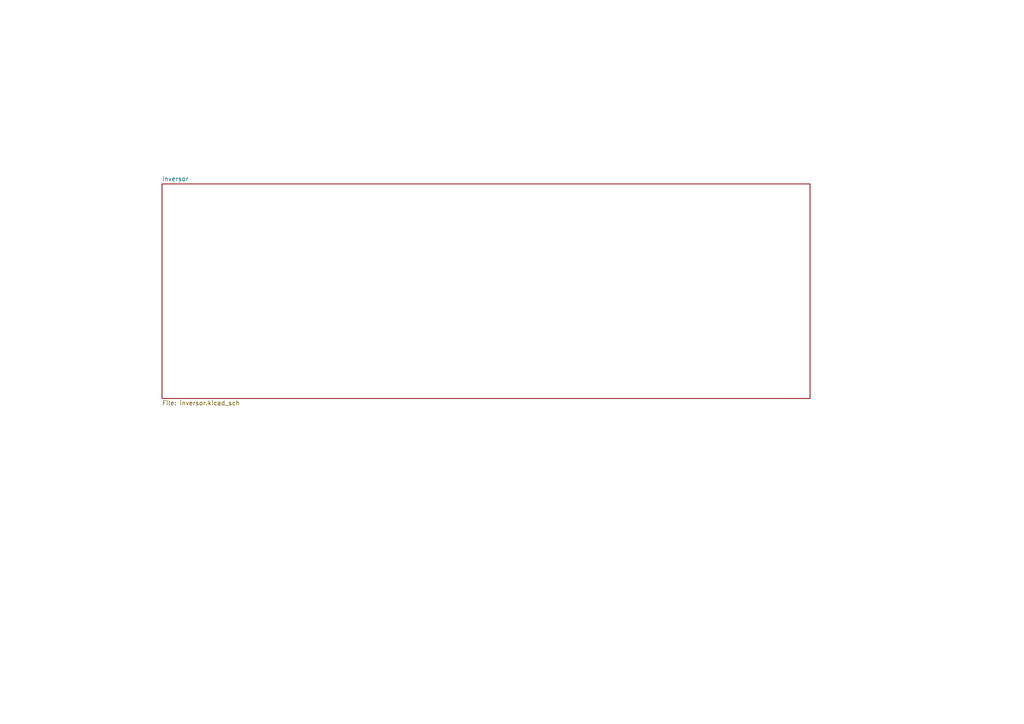
<source format=kicad_sch>
(kicad_sch
	(version 20250114)
	(generator "eeschema")
	(generator_version "9.0")
	(uuid "e60c11d9-ab9e-4760-a4a7-008fcec65a72")
	(paper "A4")
	(lib_symbols)
	(sheet
		(at 46.99 53.34)
		(size 187.96 62.23)
		(exclude_from_sim no)
		(in_bom yes)
		(on_board yes)
		(dnp no)
		(fields_autoplaced yes)
		(stroke
			(width 0.1524)
			(type solid)
		)
		(fill
			(color 0 0 0 0.0000)
		)
		(uuid "628f2f61-6f1b-4d29-a612-5c194d35f65c")
		(property "Sheetname" "Inversor"
			(at 46.99 52.6284 0)
			(effects
				(font
					(size 1.27 1.27)
				)
				(justify left bottom)
			)
		)
		(property "Sheetfile" "inversor.kicad_sch"
			(at 46.99 116.1546 0)
			(effects
				(font
					(size 1.27 1.27)
				)
				(justify left top)
			)
		)
		(instances
			(project "PCB_Inversor"
				(path "/e60c11d9-ab9e-4760-a4a7-008fcec65a72"
					(page "2")
				)
			)
		)
	)
	(sheet_instances
		(path "/"
			(page "1")
		)
	)
	(embedded_fonts no)
)

</source>
